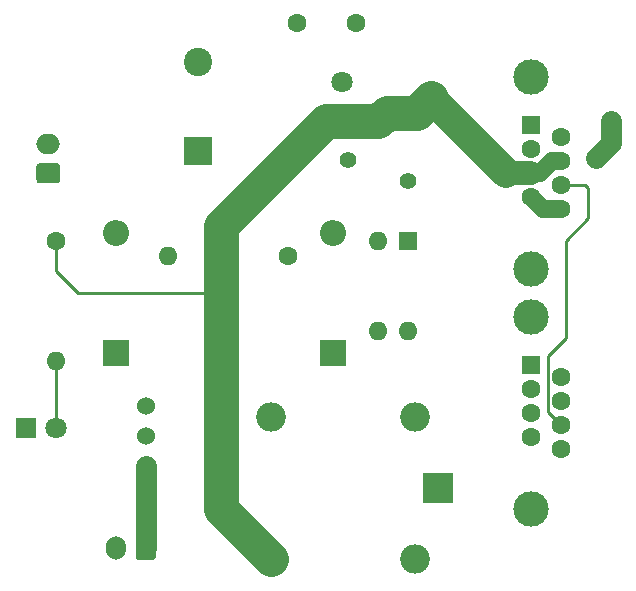
<source format=gbr>
%TF.GenerationSoftware,KiCad,Pcbnew,5.1.6-c6e7f7d~87~ubuntu18.04.1*%
%TF.CreationDate,2020-07-24T23:42:59+09:00*%
%TF.ProjectId,002,3030322e-6b69-4636-9164-5f7063625858,001*%
%TF.SameCoordinates,Original*%
%TF.FileFunction,Copper,L1,Top*%
%TF.FilePolarity,Positive*%
%FSLAX46Y46*%
G04 Gerber Fmt 4.6, Leading zero omitted, Abs format (unit mm)*
G04 Created by KiCad (PCBNEW 5.1.6-c6e7f7d~87~ubuntu18.04.1) date 2020-07-24 23:42:59*
%MOMM*%
%LPD*%
G01*
G04 APERTURE LIST*
%TA.AperFunction,ComponentPad*%
%ADD10C,1.600000*%
%TD*%
%TA.AperFunction,ComponentPad*%
%ADD11R,1.600000X1.600000*%
%TD*%
%TA.AperFunction,ComponentPad*%
%ADD12C,3.000000*%
%TD*%
%TA.AperFunction,ComponentPad*%
%ADD13C,1.524000*%
%TD*%
%TA.AperFunction,ComponentPad*%
%ADD14O,1.600000X1.600000*%
%TD*%
%TA.AperFunction,ComponentPad*%
%ADD15C,1.800000*%
%TD*%
%TA.AperFunction,ComponentPad*%
%ADD16R,1.800000X1.800000*%
%TD*%
%TA.AperFunction,ComponentPad*%
%ADD17O,1.700000X2.000000*%
%TD*%
%TA.AperFunction,ComponentPad*%
%ADD18R,2.400000X2.400000*%
%TD*%
%TA.AperFunction,ComponentPad*%
%ADD19C,2.400000*%
%TD*%
%TA.AperFunction,ComponentPad*%
%ADD20O,2.000000X1.700000*%
%TD*%
%TA.AperFunction,ComponentPad*%
%ADD21R,2.200000X2.200000*%
%TD*%
%TA.AperFunction,ComponentPad*%
%ADD22O,2.200000X2.200000*%
%TD*%
%TA.AperFunction,ComponentPad*%
%ADD23C,1.400000*%
%TD*%
%TA.AperFunction,ComponentPad*%
%ADD24R,2.500000X2.500000*%
%TD*%
%TA.AperFunction,ComponentPad*%
%ADD25O,2.500000X2.500000*%
%TD*%
%TA.AperFunction,ViaPad*%
%ADD26C,0.800000*%
%TD*%
%TA.AperFunction,Conductor*%
%ADD27C,0.250000*%
%TD*%
%TA.AperFunction,Conductor*%
%ADD28C,1.750000*%
%TD*%
%TA.AperFunction,Conductor*%
%ADD29C,1.500000*%
%TD*%
%TA.AperFunction,Conductor*%
%ADD30C,3.000000*%
%TD*%
%TA.AperFunction,Conductor*%
%ADD31C,2.000000*%
%TD*%
%TA.AperFunction,Conductor*%
%ADD32C,2.500000*%
%TD*%
G04 APERTURE END LIST*
D10*
%TO.P,J12,8*%
%TO.N,Net-(J12-Pad8)*%
X187565000Y-97675000D03*
%TO.P,J12,7*%
%TO.N,Net-(J12-Pad7)*%
X185025000Y-96655000D03*
%TO.P,J12,6*%
%TO.N,/PSEBUS4*%
X187565000Y-95635000D03*
%TO.P,J12,5*%
%TO.N,Net-(J12-Pad5)*%
X185025000Y-94615000D03*
%TO.P,J12,4*%
%TO.N,Net-(J12-Pad4)*%
X187565000Y-93595000D03*
%TO.P,J12,3*%
%TO.N,/PSEBUS3*%
X185025000Y-92575000D03*
%TO.P,J12,2*%
%TO.N,/PSEBUS2*%
X187565000Y-91555000D03*
D11*
%TO.P,J12,1*%
%TO.N,/PSEBUS1*%
X185025000Y-90535000D03*
D12*
%TO.P,J12,*%
%TO.N,*%
X185025000Y-86490000D03*
X185025000Y-102740000D03*
%TD*%
D10*
%TO.P,J11,8*%
%TO.N,/PSE_GND*%
X187565000Y-77355000D03*
%TO.P,J11,7*%
X185025000Y-76335000D03*
%TO.P,J11,6*%
%TO.N,/PSEBUS4*%
X187565000Y-75315000D03*
%TO.P,J11,5*%
%TO.N,/PSE_PWR*%
X185025000Y-74295000D03*
%TO.P,J11,4*%
X187565000Y-73275000D03*
%TO.P,J11,3*%
%TO.N,/PSEBUS3*%
X185025000Y-72255000D03*
%TO.P,J11,2*%
%TO.N,/PSEBUS2*%
X187565000Y-71235000D03*
D11*
%TO.P,J11,1*%
%TO.N,/PSEBUS1*%
X185025000Y-70215000D03*
D12*
%TO.P,J11,*%
%TO.N,*%
X185025000Y-66170000D03*
X185025000Y-82420000D03*
%TD*%
D13*
%TO.P,FL11,1*%
%TO.N,Net-(CN12-Pad1)*%
X152400000Y-99060000D03*
%TO.P,FL11,2*%
%TO.N,/PSE_GND*%
X152400000Y-96520000D03*
%TO.P,FL11,3*%
%TO.N,Net-(F11-Pad2)*%
X152400000Y-93980000D03*
%TD*%
D14*
%TO.P,R12,2*%
%TO.N,Net-(D13-Pad2)*%
X144780000Y-90170000D03*
D10*
%TO.P,R12,1*%
%TO.N,/PSE_PWR*%
X144780000Y-80010000D03*
%TD*%
D15*
%TO.P,D13,2*%
%TO.N,Net-(D13-Pad2)*%
X144780000Y-95885000D03*
D16*
%TO.P,D13,1*%
%TO.N,/PSE_GND*%
X142240000Y-95885000D03*
%TD*%
D17*
%TO.P,CN12,2*%
%TO.N,/PSE_GND*%
X149900000Y-106045000D03*
%TO.P,CN12,1*%
%TO.N,Net-(CN12-Pad1)*%
%TA.AperFunction,ComponentPad*%
G36*
G01*
X153250000Y-105295000D02*
X153250000Y-106795000D01*
G75*
G02*
X153000000Y-107045000I-250000J0D01*
G01*
X151800000Y-107045000D01*
G75*
G02*
X151550000Y-106795000I0J250000D01*
G01*
X151550000Y-105295000D01*
G75*
G02*
X151800000Y-105045000I250000J0D01*
G01*
X153000000Y-105045000D01*
G75*
G02*
X153250000Y-105295000I0J-250000D01*
G01*
G37*
%TD.AperFunction*%
%TD*%
D15*
%TO.P,RV11,2*%
%TO.N,/PSE_GND*%
X169030000Y-66545000D03*
%TO.P,RV11,1*%
%TO.N,/PSE_PWR*%
X176530000Y-67945000D03*
%TD*%
D14*
%TO.P,R11,2*%
%TO.N,Net-(C11-Pad1)*%
X154305000Y-81280000D03*
D10*
%TO.P,R11,1*%
%TO.N,Net-(R11-Pad1)*%
X164465000Y-81280000D03*
%TD*%
%TO.P,C11,1*%
%TO.N,Net-(C11-Pad1)*%
X170180000Y-61595000D03*
%TO.P,C11,2*%
%TO.N,Net-(C11-Pad2)*%
X165180000Y-61595000D03*
%TD*%
D18*
%TO.P,C12,1*%
%TO.N,Net-(C11-Pad1)*%
X156845000Y-72390000D03*
D19*
%TO.P,C12,2*%
%TO.N,Net-(C11-Pad2)*%
X156845000Y-64890000D03*
%TD*%
%TO.P,CN11,1*%
%TO.N,Net-(CN11-Pad1)*%
%TA.AperFunction,ComponentPad*%
G36*
G01*
X144895000Y-75145000D02*
X143395000Y-75145000D01*
G75*
G02*
X143145000Y-74895000I0J250000D01*
G01*
X143145000Y-73695000D01*
G75*
G02*
X143395000Y-73445000I250000J0D01*
G01*
X144895000Y-73445000D01*
G75*
G02*
X145145000Y-73695000I0J-250000D01*
G01*
X145145000Y-74895000D01*
G75*
G02*
X144895000Y-75145000I-250000J0D01*
G01*
G37*
%TD.AperFunction*%
D20*
%TO.P,CN11,2*%
%TO.N,Net-(C11-Pad2)*%
X144145000Y-71795000D03*
%TD*%
D21*
%TO.P,D11,1*%
%TO.N,Net-(C11-Pad1)*%
X149860000Y-89535000D03*
D22*
%TO.P,D11,2*%
%TO.N,Net-(CN11-Pad1)*%
X149860000Y-79375000D03*
%TD*%
%TO.P,D12,2*%
%TO.N,/PSE_GND*%
X168275000Y-79375000D03*
D21*
%TO.P,D12,1*%
%TO.N,Net-(D12-Pad1)*%
X168275000Y-89535000D03*
%TD*%
D23*
%TO.P,F11,2*%
%TO.N,Net-(F11-Pad2)*%
X169525000Y-73130000D03*
%TO.P,F11,1*%
%TO.N,Net-(F11-Pad1)*%
X174625000Y-74930000D03*
%TD*%
D24*
%TO.P,K11,1*%
%TO.N,Net-(F11-Pad1)*%
X177165000Y-100965000D03*
D25*
%TO.P,K11,2*%
%TO.N,Net-(D12-Pad1)*%
X175165000Y-94965000D03*
%TO.P,K11,3*%
%TO.N,Net-(K11-Pad3)*%
X162965000Y-94965000D03*
%TO.P,K11,4*%
%TO.N,/PSE_PWR*%
X162965000Y-106965000D03*
%TO.P,K11,5*%
%TO.N,/PSE_GND*%
X175165000Y-106965000D03*
%TD*%
D14*
%TO.P,U11,4*%
%TO.N,Net-(D12-Pad1)*%
X174625000Y-87630000D03*
%TO.P,U11,2*%
%TO.N,Net-(C11-Pad2)*%
X172085000Y-80010000D03*
%TO.P,U11,3*%
%TO.N,Net-(F11-Pad2)*%
X172085000Y-87630000D03*
D11*
%TO.P,U11,1*%
%TO.N,Net-(R11-Pad1)*%
X174625000Y-80010000D03*
%TD*%
D26*
%TO.N,/PSE_GND*%
X190500000Y-73025000D03*
X191770000Y-69850000D03*
%TD*%
D27*
%TO.N,Net-(C11-Pad2)*%
X144145000Y-71795000D02*
X144740000Y-71795000D01*
%TO.N,/PSEBUS4*%
X186439999Y-94509999D02*
X187565000Y-95635000D01*
X189615000Y-75315000D02*
X189865000Y-75565000D01*
X187565000Y-75315000D02*
X189615000Y-75315000D01*
X189865000Y-75565000D02*
X189865000Y-78105000D01*
X189865000Y-78105000D02*
X187960000Y-80010000D01*
X187960000Y-80010000D02*
X187960000Y-88265000D01*
X186439999Y-89785001D02*
X186439999Y-94509999D01*
X187960000Y-88265000D02*
X186439999Y-89785001D01*
%TO.N,Net-(CN11-Pad1)*%
X144145000Y-74295000D02*
X144780000Y-74295000D01*
D28*
%TO.N,Net-(CN12-Pad1)*%
X152400000Y-99060000D02*
X152400000Y-106045000D01*
D27*
%TO.N,Net-(D13-Pad2)*%
X144780000Y-90170000D02*
X144780000Y-95885000D01*
D29*
%TO.N,/PSE_GND*%
X186045000Y-77355000D02*
X185025000Y-76335000D01*
X187565000Y-77355000D02*
X186045000Y-77355000D01*
D28*
X191770000Y-69850000D02*
X191770000Y-71755000D01*
X191770000Y-71755000D02*
X190500000Y-73025000D01*
D30*
%TO.N,/PSE_PWR*%
X175329999Y-69145001D02*
X172789999Y-69145001D01*
X176530000Y-67945000D02*
X175329999Y-69145001D01*
X172789999Y-69145001D02*
X172085000Y-69850000D01*
X172085000Y-69850000D02*
X167640000Y-69850000D01*
X167640000Y-69850000D02*
X158750000Y-78740000D01*
X158750000Y-102750000D02*
X162965000Y-106965000D01*
D27*
X144780000Y-80010000D02*
X144780000Y-82550000D01*
X146685000Y-84455000D02*
X158750000Y-84455000D01*
X144780000Y-82550000D02*
X146685000Y-84455000D01*
D30*
X158750000Y-78740000D02*
X158750000Y-84455000D01*
X158750000Y-84455000D02*
X158750000Y-102750000D01*
D31*
X182880000Y-74295000D02*
X185025000Y-74295000D01*
D32*
X176530000Y-67945000D02*
X182880000Y-74295000D01*
D29*
X186829998Y-73275000D02*
X187565000Y-73275000D01*
X185809998Y-74295000D02*
X186829998Y-73275000D01*
X185025000Y-74295000D02*
X185809998Y-74295000D01*
%TD*%
M02*

</source>
